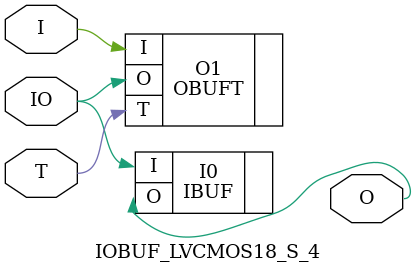
<source format=v>


`timescale  1 ps / 1 ps


module IOBUF_LVCMOS18_S_4 (O, IO, I, T);

    output O;

    inout  IO;

    input  I, T;

        OBUFT #(.IOSTANDARD("LVCMOS18"), .SLEW("SLOW"), .DRIVE(4)) O1 (.O(IO), .I(I), .T(T)); 
	IBUF #(.IOSTANDARD("LVCMOS18"))  I0 (.O(O), .I(IO));
        

endmodule



</source>
